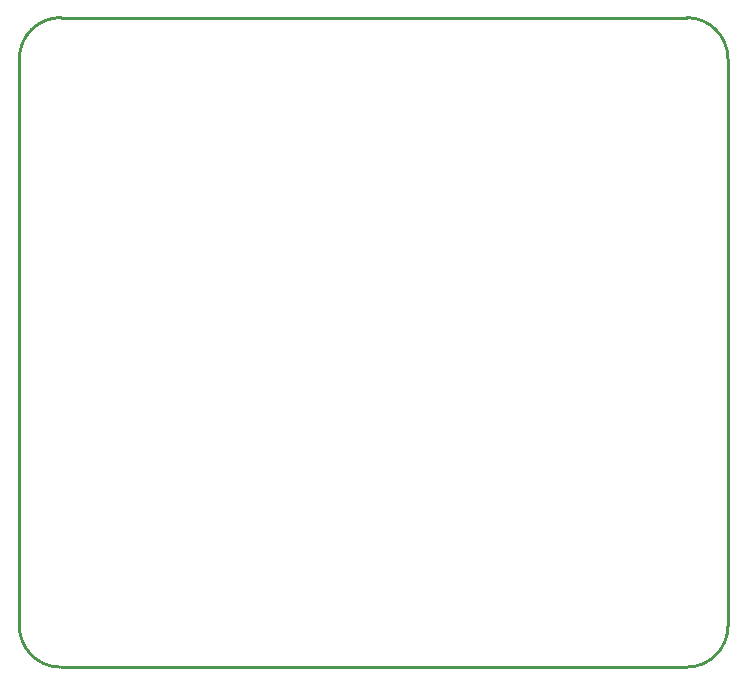
<source format=gbr>
G04 #@! TF.GenerationSoftware,KiCad,Pcbnew,(5.1.8)-1*
G04 #@! TF.CreationDate,2021-01-06T21:55:42-05:00*
G04 #@! TF.ProjectId,ECG_Amplifier,4543475f-416d-4706-9c69-666965722e6b,rev?*
G04 #@! TF.SameCoordinates,Original*
G04 #@! TF.FileFunction,Paste,Top*
G04 #@! TF.FilePolarity,Positive*
%FSLAX46Y46*%
G04 Gerber Fmt 4.6, Leading zero omitted, Abs format (unit mm)*
G04 Created by KiCad (PCBNEW (5.1.8)-1) date 2021-01-06 21:55:42*
%MOMM*%
%LPD*%
G01*
G04 APERTURE LIST*
G04 #@! TA.AperFunction,Profile*
%ADD10C,0.254000*%
G04 #@! TD*
G04 APERTURE END LIST*
D10*
X126500000Y-127500000D02*
G75*
G03*
X130000000Y-124000000I0J3500000D01*
G01*
X130000000Y-76000000D02*
G75*
G03*
X126500000Y-72500000I-3500000J0D01*
G01*
X70000000Y-124000000D02*
G75*
G03*
X73500000Y-127500000I3500000J0D01*
G01*
X73500000Y-72500000D02*
G75*
G03*
X70000000Y-76000000I0J-3500000D01*
G01*
X70000000Y-76000000D02*
X70000000Y-124000000D01*
X130000000Y-76000000D02*
X130000000Y-124000000D01*
X73500000Y-127500000D02*
X126500000Y-127500000D01*
X73500000Y-72500000D02*
X126500000Y-72500000D01*
M02*

</source>
